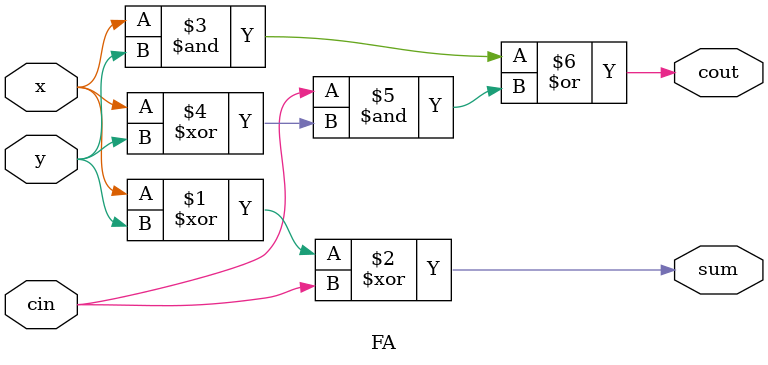
<source format=v>
module FA_4Bit (
    input [3:0] x,
    input [3:0] y,
    output [4:0] sum
);
    // for internal cin cout
    wire [2:0] cinout;

    FA add [3:0] (
        .x(x),
        .y(y),
        .cin({cinout,1'b0}),
        .cout({sum[4],cinout}),
        .sum(sum[3:0])
    );

    // Or just do this
    // Carry out is automatically added to MSB 
    // assign sum = x + y;
endmodule

module FA (
    input x, y, cin,
    output cout, sum
);
    assign sum = x ^ y ^ cin;
    assign cout = (x & y) | cin & (x ^ y);
endmodule
</source>
